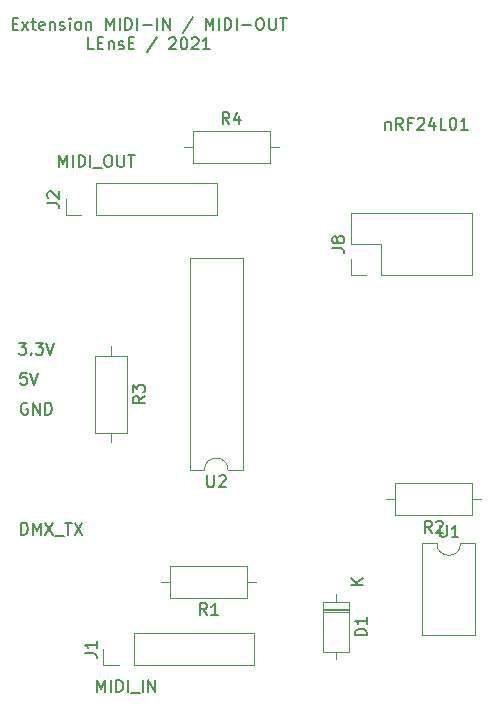
<source format=gbr>
%TF.GenerationSoftware,KiCad,Pcbnew,(5.1.6)-1*%
%TF.CreationDate,2021-11-10T22:47:38+01:00*%
%TF.ProjectId,carteExtensionMidi,63617274-6545-4787-9465-6e73696f6e4d,rev?*%
%TF.SameCoordinates,Original*%
%TF.FileFunction,Legend,Top*%
%TF.FilePolarity,Positive*%
%FSLAX46Y46*%
G04 Gerber Fmt 4.6, Leading zero omitted, Abs format (unit mm)*
G04 Created by KiCad (PCBNEW (5.1.6)-1) date 2021-11-10 22:47:38*
%MOMM*%
%LPD*%
G01*
G04 APERTURE LIST*
%ADD10C,0.150000*%
%ADD11C,0.120000*%
G04 APERTURE END LIST*
D10*
X123817380Y-123007380D02*
X123817380Y-122007380D01*
X124055476Y-122007380D01*
X124198333Y-122055000D01*
X124293571Y-122150238D01*
X124341190Y-122245476D01*
X124388809Y-122435952D01*
X124388809Y-122578809D01*
X124341190Y-122769285D01*
X124293571Y-122864523D01*
X124198333Y-122959761D01*
X124055476Y-123007380D01*
X123817380Y-123007380D01*
X124817380Y-123007380D02*
X124817380Y-122007380D01*
X125150714Y-122721666D01*
X125484047Y-122007380D01*
X125484047Y-123007380D01*
X125865000Y-122007380D02*
X126531666Y-123007380D01*
X126531666Y-122007380D02*
X125865000Y-123007380D01*
X126674523Y-123102619D02*
X127436428Y-123102619D01*
X127531666Y-122007380D02*
X128103095Y-122007380D01*
X127817380Y-123007380D02*
X127817380Y-122007380D01*
X128341190Y-122007380D02*
X129007857Y-123007380D01*
X129007857Y-122007380D02*
X128341190Y-123007380D01*
X123618809Y-106767380D02*
X124237857Y-106767380D01*
X123904523Y-107148333D01*
X124047380Y-107148333D01*
X124142619Y-107195952D01*
X124190238Y-107243571D01*
X124237857Y-107338809D01*
X124237857Y-107576904D01*
X124190238Y-107672142D01*
X124142619Y-107719761D01*
X124047380Y-107767380D01*
X123761666Y-107767380D01*
X123666428Y-107719761D01*
X123618809Y-107672142D01*
X124666428Y-107672142D02*
X124714047Y-107719761D01*
X124666428Y-107767380D01*
X124618809Y-107719761D01*
X124666428Y-107672142D01*
X124666428Y-107767380D01*
X125047380Y-106767380D02*
X125666428Y-106767380D01*
X125333095Y-107148333D01*
X125475952Y-107148333D01*
X125571190Y-107195952D01*
X125618809Y-107243571D01*
X125666428Y-107338809D01*
X125666428Y-107576904D01*
X125618809Y-107672142D01*
X125571190Y-107719761D01*
X125475952Y-107767380D01*
X125190238Y-107767380D01*
X125095000Y-107719761D01*
X125047380Y-107672142D01*
X125952142Y-106767380D02*
X126285476Y-107767380D01*
X126618809Y-106767380D01*
X124269523Y-109307380D02*
X123793333Y-109307380D01*
X123745714Y-109783571D01*
X123793333Y-109735952D01*
X123888571Y-109688333D01*
X124126666Y-109688333D01*
X124221904Y-109735952D01*
X124269523Y-109783571D01*
X124317142Y-109878809D01*
X124317142Y-110116904D01*
X124269523Y-110212142D01*
X124221904Y-110259761D01*
X124126666Y-110307380D01*
X123888571Y-110307380D01*
X123793333Y-110259761D01*
X123745714Y-110212142D01*
X124602857Y-109307380D02*
X124936190Y-110307380D01*
X125269523Y-109307380D01*
X124333095Y-111895000D02*
X124237857Y-111847380D01*
X124095000Y-111847380D01*
X123952142Y-111895000D01*
X123856904Y-111990238D01*
X123809285Y-112085476D01*
X123761666Y-112275952D01*
X123761666Y-112418809D01*
X123809285Y-112609285D01*
X123856904Y-112704523D01*
X123952142Y-112799761D01*
X124095000Y-112847380D01*
X124190238Y-112847380D01*
X124333095Y-112799761D01*
X124380714Y-112752142D01*
X124380714Y-112418809D01*
X124190238Y-112418809D01*
X124809285Y-112847380D02*
X124809285Y-111847380D01*
X125380714Y-112847380D01*
X125380714Y-111847380D01*
X125856904Y-112847380D02*
X125856904Y-111847380D01*
X126095000Y-111847380D01*
X126237857Y-111895000D01*
X126333095Y-111990238D01*
X126380714Y-112085476D01*
X126428333Y-112275952D01*
X126428333Y-112418809D01*
X126380714Y-112609285D01*
X126333095Y-112704523D01*
X126237857Y-112799761D01*
X126095000Y-112847380D01*
X125856904Y-112847380D01*
X123096190Y-79748571D02*
X123429523Y-79748571D01*
X123572380Y-80272380D02*
X123096190Y-80272380D01*
X123096190Y-79272380D01*
X123572380Y-79272380D01*
X123905714Y-80272380D02*
X124429523Y-79605714D01*
X123905714Y-79605714D02*
X124429523Y-80272380D01*
X124667619Y-79605714D02*
X125048571Y-79605714D01*
X124810476Y-79272380D02*
X124810476Y-80129523D01*
X124858095Y-80224761D01*
X124953333Y-80272380D01*
X125048571Y-80272380D01*
X125762857Y-80224761D02*
X125667619Y-80272380D01*
X125477142Y-80272380D01*
X125381904Y-80224761D01*
X125334285Y-80129523D01*
X125334285Y-79748571D01*
X125381904Y-79653333D01*
X125477142Y-79605714D01*
X125667619Y-79605714D01*
X125762857Y-79653333D01*
X125810476Y-79748571D01*
X125810476Y-79843809D01*
X125334285Y-79939047D01*
X126239047Y-79605714D02*
X126239047Y-80272380D01*
X126239047Y-79700952D02*
X126286666Y-79653333D01*
X126381904Y-79605714D01*
X126524761Y-79605714D01*
X126620000Y-79653333D01*
X126667619Y-79748571D01*
X126667619Y-80272380D01*
X127096190Y-80224761D02*
X127191428Y-80272380D01*
X127381904Y-80272380D01*
X127477142Y-80224761D01*
X127524761Y-80129523D01*
X127524761Y-80081904D01*
X127477142Y-79986666D01*
X127381904Y-79939047D01*
X127239047Y-79939047D01*
X127143809Y-79891428D01*
X127096190Y-79796190D01*
X127096190Y-79748571D01*
X127143809Y-79653333D01*
X127239047Y-79605714D01*
X127381904Y-79605714D01*
X127477142Y-79653333D01*
X127953333Y-80272380D02*
X127953333Y-79605714D01*
X127953333Y-79272380D02*
X127905714Y-79320000D01*
X127953333Y-79367619D01*
X128000952Y-79320000D01*
X127953333Y-79272380D01*
X127953333Y-79367619D01*
X128572380Y-80272380D02*
X128477142Y-80224761D01*
X128429523Y-80177142D01*
X128381904Y-80081904D01*
X128381904Y-79796190D01*
X128429523Y-79700952D01*
X128477142Y-79653333D01*
X128572380Y-79605714D01*
X128715238Y-79605714D01*
X128810476Y-79653333D01*
X128858095Y-79700952D01*
X128905714Y-79796190D01*
X128905714Y-80081904D01*
X128858095Y-80177142D01*
X128810476Y-80224761D01*
X128715238Y-80272380D01*
X128572380Y-80272380D01*
X129334285Y-79605714D02*
X129334285Y-80272380D01*
X129334285Y-79700952D02*
X129381904Y-79653333D01*
X129477142Y-79605714D01*
X129620000Y-79605714D01*
X129715238Y-79653333D01*
X129762857Y-79748571D01*
X129762857Y-80272380D01*
X131000952Y-80272380D02*
X131000952Y-79272380D01*
X131334285Y-79986666D01*
X131667619Y-79272380D01*
X131667619Y-80272380D01*
X132143809Y-80272380D02*
X132143809Y-79272380D01*
X132620000Y-80272380D02*
X132620000Y-79272380D01*
X132858095Y-79272380D01*
X133000952Y-79320000D01*
X133096190Y-79415238D01*
X133143809Y-79510476D01*
X133191428Y-79700952D01*
X133191428Y-79843809D01*
X133143809Y-80034285D01*
X133096190Y-80129523D01*
X133000952Y-80224761D01*
X132858095Y-80272380D01*
X132620000Y-80272380D01*
X133620000Y-80272380D02*
X133620000Y-79272380D01*
X134096190Y-79891428D02*
X134858095Y-79891428D01*
X135334285Y-80272380D02*
X135334285Y-79272380D01*
X135810476Y-80272380D02*
X135810476Y-79272380D01*
X136381904Y-80272380D01*
X136381904Y-79272380D01*
X138334285Y-79224761D02*
X137477142Y-80510476D01*
X139429523Y-80272380D02*
X139429523Y-79272380D01*
X139762857Y-79986666D01*
X140096190Y-79272380D01*
X140096190Y-80272380D01*
X140572380Y-80272380D02*
X140572380Y-79272380D01*
X141048571Y-80272380D02*
X141048571Y-79272380D01*
X141286666Y-79272380D01*
X141429523Y-79320000D01*
X141524761Y-79415238D01*
X141572380Y-79510476D01*
X141620000Y-79700952D01*
X141620000Y-79843809D01*
X141572380Y-80034285D01*
X141524761Y-80129523D01*
X141429523Y-80224761D01*
X141286666Y-80272380D01*
X141048571Y-80272380D01*
X142048571Y-80272380D02*
X142048571Y-79272380D01*
X142524761Y-79891428D02*
X143286666Y-79891428D01*
X143953333Y-79272380D02*
X144143809Y-79272380D01*
X144239047Y-79320000D01*
X144334285Y-79415238D01*
X144381904Y-79605714D01*
X144381904Y-79939047D01*
X144334285Y-80129523D01*
X144239047Y-80224761D01*
X144143809Y-80272380D01*
X143953333Y-80272380D01*
X143858095Y-80224761D01*
X143762857Y-80129523D01*
X143715238Y-79939047D01*
X143715238Y-79605714D01*
X143762857Y-79415238D01*
X143858095Y-79320000D01*
X143953333Y-79272380D01*
X144810476Y-79272380D02*
X144810476Y-80081904D01*
X144858095Y-80177142D01*
X144905714Y-80224761D01*
X145000952Y-80272380D01*
X145191428Y-80272380D01*
X145286666Y-80224761D01*
X145334285Y-80177142D01*
X145381904Y-80081904D01*
X145381904Y-79272380D01*
X145715238Y-79272380D02*
X146286666Y-79272380D01*
X146000952Y-80272380D02*
X146000952Y-79272380D01*
X129977142Y-81922380D02*
X129500952Y-81922380D01*
X129500952Y-80922380D01*
X130310476Y-81398571D02*
X130643809Y-81398571D01*
X130786666Y-81922380D02*
X130310476Y-81922380D01*
X130310476Y-80922380D01*
X130786666Y-80922380D01*
X131215238Y-81255714D02*
X131215238Y-81922380D01*
X131215238Y-81350952D02*
X131262857Y-81303333D01*
X131358095Y-81255714D01*
X131500952Y-81255714D01*
X131596190Y-81303333D01*
X131643809Y-81398571D01*
X131643809Y-81922380D01*
X132072380Y-81874761D02*
X132167619Y-81922380D01*
X132358095Y-81922380D01*
X132453333Y-81874761D01*
X132500952Y-81779523D01*
X132500952Y-81731904D01*
X132453333Y-81636666D01*
X132358095Y-81589047D01*
X132215238Y-81589047D01*
X132120000Y-81541428D01*
X132072380Y-81446190D01*
X132072380Y-81398571D01*
X132120000Y-81303333D01*
X132215238Y-81255714D01*
X132358095Y-81255714D01*
X132453333Y-81303333D01*
X132929523Y-81398571D02*
X133262857Y-81398571D01*
X133405714Y-81922380D02*
X132929523Y-81922380D01*
X132929523Y-80922380D01*
X133405714Y-80922380D01*
X135310476Y-80874761D02*
X134453333Y-82160476D01*
X136358095Y-81017619D02*
X136405714Y-80970000D01*
X136500952Y-80922380D01*
X136739047Y-80922380D01*
X136834285Y-80970000D01*
X136881904Y-81017619D01*
X136929523Y-81112857D01*
X136929523Y-81208095D01*
X136881904Y-81350952D01*
X136310476Y-81922380D01*
X136929523Y-81922380D01*
X137548571Y-80922380D02*
X137643809Y-80922380D01*
X137739047Y-80970000D01*
X137786666Y-81017619D01*
X137834285Y-81112857D01*
X137881904Y-81303333D01*
X137881904Y-81541428D01*
X137834285Y-81731904D01*
X137786666Y-81827142D01*
X137739047Y-81874761D01*
X137643809Y-81922380D01*
X137548571Y-81922380D01*
X137453333Y-81874761D01*
X137405714Y-81827142D01*
X137358095Y-81731904D01*
X137310476Y-81541428D01*
X137310476Y-81303333D01*
X137358095Y-81112857D01*
X137405714Y-81017619D01*
X137453333Y-80970000D01*
X137548571Y-80922380D01*
X138262857Y-81017619D02*
X138310476Y-80970000D01*
X138405714Y-80922380D01*
X138643809Y-80922380D01*
X138739047Y-80970000D01*
X138786666Y-81017619D01*
X138834285Y-81112857D01*
X138834285Y-81208095D01*
X138786666Y-81350952D01*
X138215238Y-81922380D01*
X138834285Y-81922380D01*
X139786666Y-81922380D02*
X139215238Y-81922380D01*
X139500952Y-81922380D02*
X139500952Y-80922380D01*
X139405714Y-81065238D01*
X139310476Y-81160476D01*
X139215238Y-81208095D01*
X130262619Y-136342380D02*
X130262619Y-135342380D01*
X130595952Y-136056666D01*
X130929285Y-135342380D01*
X130929285Y-136342380D01*
X131405476Y-136342380D02*
X131405476Y-135342380D01*
X131881666Y-136342380D02*
X131881666Y-135342380D01*
X132119761Y-135342380D01*
X132262619Y-135390000D01*
X132357857Y-135485238D01*
X132405476Y-135580476D01*
X132453095Y-135770952D01*
X132453095Y-135913809D01*
X132405476Y-136104285D01*
X132357857Y-136199523D01*
X132262619Y-136294761D01*
X132119761Y-136342380D01*
X131881666Y-136342380D01*
X132881666Y-136342380D02*
X132881666Y-135342380D01*
X133119761Y-136437619D02*
X133881666Y-136437619D01*
X134119761Y-136342380D02*
X134119761Y-135342380D01*
X134595952Y-136342380D02*
X134595952Y-135342380D01*
X135167380Y-136342380D01*
X135167380Y-135342380D01*
X127055952Y-91892380D02*
X127055952Y-90892380D01*
X127389285Y-91606666D01*
X127722619Y-90892380D01*
X127722619Y-91892380D01*
X128198809Y-91892380D02*
X128198809Y-90892380D01*
X128675000Y-91892380D02*
X128675000Y-90892380D01*
X128913095Y-90892380D01*
X129055952Y-90940000D01*
X129151190Y-91035238D01*
X129198809Y-91130476D01*
X129246428Y-91320952D01*
X129246428Y-91463809D01*
X129198809Y-91654285D01*
X129151190Y-91749523D01*
X129055952Y-91844761D01*
X128913095Y-91892380D01*
X128675000Y-91892380D01*
X129675000Y-91892380D02*
X129675000Y-90892380D01*
X129913095Y-91987619D02*
X130675000Y-91987619D01*
X131103571Y-90892380D02*
X131294047Y-90892380D01*
X131389285Y-90940000D01*
X131484523Y-91035238D01*
X131532142Y-91225714D01*
X131532142Y-91559047D01*
X131484523Y-91749523D01*
X131389285Y-91844761D01*
X131294047Y-91892380D01*
X131103571Y-91892380D01*
X131008333Y-91844761D01*
X130913095Y-91749523D01*
X130865476Y-91559047D01*
X130865476Y-91225714D01*
X130913095Y-91035238D01*
X131008333Y-90940000D01*
X131103571Y-90892380D01*
X131960714Y-90892380D02*
X131960714Y-91701904D01*
X132008333Y-91797142D01*
X132055952Y-91844761D01*
X132151190Y-91892380D01*
X132341666Y-91892380D01*
X132436904Y-91844761D01*
X132484523Y-91797142D01*
X132532142Y-91701904D01*
X132532142Y-90892380D01*
X132865476Y-90892380D02*
X133436904Y-90892380D01*
X133151190Y-91892380D02*
X133151190Y-90892380D01*
X154662619Y-88050714D02*
X154662619Y-88717380D01*
X154662619Y-88145952D02*
X154710238Y-88098333D01*
X154805476Y-88050714D01*
X154948333Y-88050714D01*
X155043571Y-88098333D01*
X155091190Y-88193571D01*
X155091190Y-88717380D01*
X156138809Y-88717380D02*
X155805476Y-88241190D01*
X155567380Y-88717380D02*
X155567380Y-87717380D01*
X155948333Y-87717380D01*
X156043571Y-87765000D01*
X156091190Y-87812619D01*
X156138809Y-87907857D01*
X156138809Y-88050714D01*
X156091190Y-88145952D01*
X156043571Y-88193571D01*
X155948333Y-88241190D01*
X155567380Y-88241190D01*
X156900714Y-88193571D02*
X156567380Y-88193571D01*
X156567380Y-88717380D02*
X156567380Y-87717380D01*
X157043571Y-87717380D01*
X157376904Y-87812619D02*
X157424523Y-87765000D01*
X157519761Y-87717380D01*
X157757857Y-87717380D01*
X157853095Y-87765000D01*
X157900714Y-87812619D01*
X157948333Y-87907857D01*
X157948333Y-88003095D01*
X157900714Y-88145952D01*
X157329285Y-88717380D01*
X157948333Y-88717380D01*
X158805476Y-88050714D02*
X158805476Y-88717380D01*
X158567380Y-87669761D02*
X158329285Y-88384047D01*
X158948333Y-88384047D01*
X159805476Y-88717380D02*
X159329285Y-88717380D01*
X159329285Y-87717380D01*
X160329285Y-87717380D02*
X160424523Y-87717380D01*
X160519761Y-87765000D01*
X160567380Y-87812619D01*
X160615000Y-87907857D01*
X160662619Y-88098333D01*
X160662619Y-88336428D01*
X160615000Y-88526904D01*
X160567380Y-88622142D01*
X160519761Y-88669761D01*
X160424523Y-88717380D01*
X160329285Y-88717380D01*
X160234047Y-88669761D01*
X160186428Y-88622142D01*
X160138809Y-88526904D01*
X160091190Y-88336428D01*
X160091190Y-88098333D01*
X160138809Y-87907857D01*
X160186428Y-87812619D01*
X160234047Y-87765000D01*
X160329285Y-87717380D01*
X161615000Y-88717380D02*
X161043571Y-88717380D01*
X161329285Y-88717380D02*
X161329285Y-87717380D01*
X161234047Y-87860238D01*
X161138809Y-87955476D01*
X161043571Y-88003095D01*
D11*
%TO.C,D1*%
X151615000Y-129290000D02*
X149375000Y-129290000D01*
X151615000Y-129530000D02*
X149375000Y-129530000D01*
X151615000Y-129410000D02*
X149375000Y-129410000D01*
X150495000Y-133580000D02*
X150495000Y-132930000D01*
X150495000Y-128040000D02*
X150495000Y-128690000D01*
X151615000Y-132930000D02*
X151615000Y-128690000D01*
X149375000Y-132930000D02*
X151615000Y-132930000D01*
X149375000Y-128690000D02*
X149375000Y-132930000D01*
X151615000Y-128690000D02*
X149375000Y-128690000D01*
%TO.C,J1*%
X143570000Y-134045000D02*
X143570000Y-131385000D01*
X133350000Y-134045000D02*
X143570000Y-134045000D01*
X133350000Y-131385000D02*
X143570000Y-131385000D01*
X133350000Y-134045000D02*
X133350000Y-131385000D01*
X132080000Y-134045000D02*
X130750000Y-134045000D01*
X130750000Y-134045000D02*
X130750000Y-132715000D01*
%TO.C,J2*%
X127575000Y-95945000D02*
X127575000Y-94615000D01*
X128905000Y-95945000D02*
X127575000Y-95945000D01*
X130175000Y-95945000D02*
X130175000Y-93285000D01*
X130175000Y-93285000D02*
X140395000Y-93285000D01*
X130175000Y-95945000D02*
X140395000Y-95945000D01*
X140395000Y-95945000D02*
X140395000Y-93285000D01*
%TO.C,J8*%
X151705000Y-101025000D02*
X151705000Y-99695000D01*
X153035000Y-101025000D02*
X151705000Y-101025000D01*
X151705000Y-98425000D02*
X151705000Y-95825000D01*
X154305000Y-98425000D02*
X151705000Y-98425000D01*
X154305000Y-101025000D02*
X154305000Y-98425000D01*
X151705000Y-95825000D02*
X161985000Y-95825000D01*
X154305000Y-101025000D02*
X161985000Y-101025000D01*
X161985000Y-101025000D02*
X161985000Y-95825000D01*
%TO.C,R1*%
X135660000Y-127000000D02*
X136430000Y-127000000D01*
X143740000Y-127000000D02*
X142970000Y-127000000D01*
X136430000Y-128370000D02*
X142970000Y-128370000D01*
X136430000Y-125630000D02*
X136430000Y-128370000D01*
X142970000Y-125630000D02*
X136430000Y-125630000D01*
X142970000Y-128370000D02*
X142970000Y-125630000D01*
%TO.C,R2*%
X162020000Y-121385000D02*
X162020000Y-118645000D01*
X162020000Y-118645000D02*
X155480000Y-118645000D01*
X155480000Y-118645000D02*
X155480000Y-121385000D01*
X155480000Y-121385000D02*
X162020000Y-121385000D01*
X162790000Y-120015000D02*
X162020000Y-120015000D01*
X154710000Y-120015000D02*
X155480000Y-120015000D01*
%TO.C,R3*%
X131445000Y-115165000D02*
X131445000Y-114395000D01*
X131445000Y-107085000D02*
X131445000Y-107855000D01*
X132815000Y-114395000D02*
X132815000Y-107855000D01*
X130075000Y-114395000D02*
X132815000Y-114395000D01*
X130075000Y-107855000D02*
X130075000Y-114395000D01*
X132815000Y-107855000D02*
X130075000Y-107855000D01*
%TO.C,R4*%
X138335000Y-88800000D02*
X138335000Y-91540000D01*
X138335000Y-91540000D02*
X144875000Y-91540000D01*
X144875000Y-91540000D02*
X144875000Y-88800000D01*
X144875000Y-88800000D02*
X138335000Y-88800000D01*
X137565000Y-90170000D02*
X138335000Y-90170000D01*
X145645000Y-90170000D02*
X144875000Y-90170000D01*
%TO.C,U1*%
X162270000Y-123765000D02*
X161020000Y-123765000D01*
X162270000Y-131505000D02*
X162270000Y-123765000D01*
X157770000Y-131505000D02*
X162270000Y-131505000D01*
X157770000Y-123765000D02*
X157770000Y-131505000D01*
X159020000Y-123765000D02*
X157770000Y-123765000D01*
X161020000Y-123765000D02*
G75*
G02*
X159020000Y-123765000I-1000000J0D01*
G01*
%TO.C,U2*%
X138085000Y-117535000D02*
X139335000Y-117535000D01*
X138085000Y-99635000D02*
X138085000Y-117535000D01*
X142585000Y-99635000D02*
X138085000Y-99635000D01*
X142585000Y-117535000D02*
X142585000Y-99635000D01*
X141335000Y-117535000D02*
X142585000Y-117535000D01*
X139335000Y-117535000D02*
G75*
G02*
X141335000Y-117535000I1000000J0D01*
G01*
%TO.C,D1*%
D10*
X153067380Y-131548095D02*
X152067380Y-131548095D01*
X152067380Y-131310000D01*
X152115000Y-131167142D01*
X152210238Y-131071904D01*
X152305476Y-131024285D01*
X152495952Y-130976666D01*
X152638809Y-130976666D01*
X152829285Y-131024285D01*
X152924523Y-131071904D01*
X153019761Y-131167142D01*
X153067380Y-131310000D01*
X153067380Y-131548095D01*
X153067380Y-130024285D02*
X153067380Y-130595714D01*
X153067380Y-130310000D02*
X152067380Y-130310000D01*
X152210238Y-130405238D01*
X152305476Y-130500476D01*
X152353095Y-130595714D01*
X152747380Y-127261904D02*
X151747380Y-127261904D01*
X152747380Y-126690476D02*
X152175952Y-127119047D01*
X151747380Y-126690476D02*
X152318809Y-127261904D01*
%TO.C,J1*%
X129202380Y-133048333D02*
X129916666Y-133048333D01*
X130059523Y-133095952D01*
X130154761Y-133191190D01*
X130202380Y-133334047D01*
X130202380Y-133429285D01*
X130202380Y-132048333D02*
X130202380Y-132619761D01*
X130202380Y-132334047D02*
X129202380Y-132334047D01*
X129345238Y-132429285D01*
X129440476Y-132524523D01*
X129488095Y-132619761D01*
%TO.C,J2*%
X126027380Y-94948333D02*
X126741666Y-94948333D01*
X126884523Y-94995952D01*
X126979761Y-95091190D01*
X127027380Y-95234047D01*
X127027380Y-95329285D01*
X126122619Y-94519761D02*
X126075000Y-94472142D01*
X126027380Y-94376904D01*
X126027380Y-94138809D01*
X126075000Y-94043571D01*
X126122619Y-93995952D01*
X126217857Y-93948333D01*
X126313095Y-93948333D01*
X126455952Y-93995952D01*
X127027380Y-94567380D01*
X127027380Y-93948333D01*
%TO.C,J8*%
X150157380Y-98758333D02*
X150871666Y-98758333D01*
X151014523Y-98805952D01*
X151109761Y-98901190D01*
X151157380Y-99044047D01*
X151157380Y-99139285D01*
X150585952Y-98139285D02*
X150538333Y-98234523D01*
X150490714Y-98282142D01*
X150395476Y-98329761D01*
X150347857Y-98329761D01*
X150252619Y-98282142D01*
X150205000Y-98234523D01*
X150157380Y-98139285D01*
X150157380Y-97948809D01*
X150205000Y-97853571D01*
X150252619Y-97805952D01*
X150347857Y-97758333D01*
X150395476Y-97758333D01*
X150490714Y-97805952D01*
X150538333Y-97853571D01*
X150585952Y-97948809D01*
X150585952Y-98139285D01*
X150633571Y-98234523D01*
X150681190Y-98282142D01*
X150776428Y-98329761D01*
X150966904Y-98329761D01*
X151062142Y-98282142D01*
X151109761Y-98234523D01*
X151157380Y-98139285D01*
X151157380Y-97948809D01*
X151109761Y-97853571D01*
X151062142Y-97805952D01*
X150966904Y-97758333D01*
X150776428Y-97758333D01*
X150681190Y-97805952D01*
X150633571Y-97853571D01*
X150585952Y-97948809D01*
%TO.C,R1*%
X139533333Y-129822380D02*
X139200000Y-129346190D01*
X138961904Y-129822380D02*
X138961904Y-128822380D01*
X139342857Y-128822380D01*
X139438095Y-128870000D01*
X139485714Y-128917619D01*
X139533333Y-129012857D01*
X139533333Y-129155714D01*
X139485714Y-129250952D01*
X139438095Y-129298571D01*
X139342857Y-129346190D01*
X138961904Y-129346190D01*
X140485714Y-129822380D02*
X139914285Y-129822380D01*
X140200000Y-129822380D02*
X140200000Y-128822380D01*
X140104761Y-128965238D01*
X140009523Y-129060476D01*
X139914285Y-129108095D01*
%TO.C,R2*%
X158583333Y-122837380D02*
X158250000Y-122361190D01*
X158011904Y-122837380D02*
X158011904Y-121837380D01*
X158392857Y-121837380D01*
X158488095Y-121885000D01*
X158535714Y-121932619D01*
X158583333Y-122027857D01*
X158583333Y-122170714D01*
X158535714Y-122265952D01*
X158488095Y-122313571D01*
X158392857Y-122361190D01*
X158011904Y-122361190D01*
X158964285Y-121932619D02*
X159011904Y-121885000D01*
X159107142Y-121837380D01*
X159345238Y-121837380D01*
X159440476Y-121885000D01*
X159488095Y-121932619D01*
X159535714Y-122027857D01*
X159535714Y-122123095D01*
X159488095Y-122265952D01*
X158916666Y-122837380D01*
X159535714Y-122837380D01*
%TO.C,R3*%
X134267380Y-111291666D02*
X133791190Y-111625000D01*
X134267380Y-111863095D02*
X133267380Y-111863095D01*
X133267380Y-111482142D01*
X133315000Y-111386904D01*
X133362619Y-111339285D01*
X133457857Y-111291666D01*
X133600714Y-111291666D01*
X133695952Y-111339285D01*
X133743571Y-111386904D01*
X133791190Y-111482142D01*
X133791190Y-111863095D01*
X133267380Y-110958333D02*
X133267380Y-110339285D01*
X133648333Y-110672619D01*
X133648333Y-110529761D01*
X133695952Y-110434523D01*
X133743571Y-110386904D01*
X133838809Y-110339285D01*
X134076904Y-110339285D01*
X134172142Y-110386904D01*
X134219761Y-110434523D01*
X134267380Y-110529761D01*
X134267380Y-110815476D01*
X134219761Y-110910714D01*
X134172142Y-110958333D01*
%TO.C,R4*%
X141438333Y-88252380D02*
X141105000Y-87776190D01*
X140866904Y-88252380D02*
X140866904Y-87252380D01*
X141247857Y-87252380D01*
X141343095Y-87300000D01*
X141390714Y-87347619D01*
X141438333Y-87442857D01*
X141438333Y-87585714D01*
X141390714Y-87680952D01*
X141343095Y-87728571D01*
X141247857Y-87776190D01*
X140866904Y-87776190D01*
X142295476Y-87585714D02*
X142295476Y-88252380D01*
X142057380Y-87204761D02*
X141819285Y-87919047D01*
X142438333Y-87919047D01*
%TO.C,U1*%
X159258095Y-122217380D02*
X159258095Y-123026904D01*
X159305714Y-123122142D01*
X159353333Y-123169761D01*
X159448571Y-123217380D01*
X159639047Y-123217380D01*
X159734285Y-123169761D01*
X159781904Y-123122142D01*
X159829523Y-123026904D01*
X159829523Y-122217380D01*
X160829523Y-123217380D02*
X160258095Y-123217380D01*
X160543809Y-123217380D02*
X160543809Y-122217380D01*
X160448571Y-122360238D01*
X160353333Y-122455476D01*
X160258095Y-122503095D01*
%TO.C,U2*%
X139573095Y-117987380D02*
X139573095Y-118796904D01*
X139620714Y-118892142D01*
X139668333Y-118939761D01*
X139763571Y-118987380D01*
X139954047Y-118987380D01*
X140049285Y-118939761D01*
X140096904Y-118892142D01*
X140144523Y-118796904D01*
X140144523Y-117987380D01*
X140573095Y-118082619D02*
X140620714Y-118035000D01*
X140715952Y-117987380D01*
X140954047Y-117987380D01*
X141049285Y-118035000D01*
X141096904Y-118082619D01*
X141144523Y-118177857D01*
X141144523Y-118273095D01*
X141096904Y-118415952D01*
X140525476Y-118987380D01*
X141144523Y-118987380D01*
%TD*%
M02*

</source>
